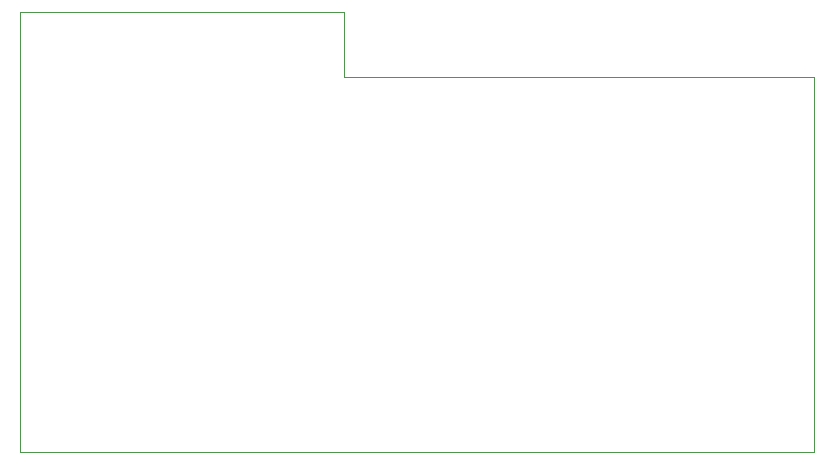
<source format=gko>
G04 Layer_Color=16711935*
%FSLAX44Y44*%
%MOMM*%
G71*
G01*
G75*
%ADD20C,0.1000*%
D20*
X671740Y0D02*
Y317488D01*
X0Y0D02*
Y373251D01*
Y0D02*
X671740D01*
X-21Y373251D02*
X273488D01*
Y317656D02*
Y373251D01*
X273656Y317488D02*
X671740D01*
X273488Y317656D02*
X273656Y317488D01*
M02*

</source>
